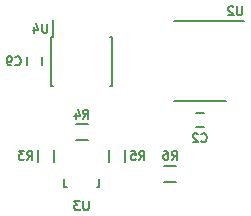
<source format=gbo>
G04 #@! TF.FileFunction,Legend,Bot*
%FSLAX46Y46*%
G04 Gerber Fmt 4.6, Leading zero omitted, Abs format (unit mm)*
G04 Created by KiCad (PCBNEW 4.0.7) date Sun Apr  1 13:56:06 2018*
%MOMM*%
%LPD*%
G01*
G04 APERTURE LIST*
%ADD10C,0.150000*%
%ADD11C,0.130000*%
G04 APERTURE END LIST*
D10*
X179650000Y-181600000D02*
X180350000Y-181600000D01*
X180350000Y-180400000D02*
X179650000Y-180400000D01*
X166600000Y-176350000D02*
X166600000Y-175650000D01*
X165400000Y-175650000D02*
X165400000Y-176350000D01*
X167675000Y-184500000D02*
X167675000Y-183500000D01*
X166325000Y-183500000D02*
X166325000Y-184500000D01*
X170500000Y-181325000D02*
X169500000Y-181325000D01*
X169500000Y-182675000D02*
X170500000Y-182675000D01*
X172325000Y-183500000D02*
X172325000Y-184500000D01*
X173675000Y-184500000D02*
X173675000Y-183500000D01*
X177000000Y-186175000D02*
X178000000Y-186175000D01*
X178000000Y-184825000D02*
X177000000Y-184825000D01*
X182225000Y-179375000D02*
X177775000Y-179375000D01*
X183750000Y-172625000D02*
X177775000Y-172625000D01*
X171299160Y-186650240D02*
X171250900Y-186650240D01*
X168500180Y-185949200D02*
X168500180Y-186650240D01*
X168500180Y-186650240D02*
X168749100Y-186650240D01*
X171299160Y-186650240D02*
X171499820Y-186650240D01*
X171499820Y-186650240D02*
X171499820Y-185949200D01*
X167425000Y-173925000D02*
X167570000Y-173925000D01*
X167425000Y-178075000D02*
X167570000Y-178075000D01*
X172575000Y-178075000D02*
X172430000Y-178075000D01*
X172575000Y-173925000D02*
X172430000Y-173925000D01*
X167425000Y-173925000D02*
X167425000Y-178075000D01*
X172575000Y-173925000D02*
X172575000Y-178075000D01*
X167570000Y-173925000D02*
X167570000Y-172525000D01*
D11*
X180127000Y-182772143D02*
X180163286Y-182808429D01*
X180272143Y-182844714D01*
X180344714Y-182844714D01*
X180453571Y-182808429D01*
X180526143Y-182735857D01*
X180562428Y-182663286D01*
X180598714Y-182518143D01*
X180598714Y-182409286D01*
X180562428Y-182264143D01*
X180526143Y-182191571D01*
X180453571Y-182119000D01*
X180344714Y-182082714D01*
X180272143Y-182082714D01*
X180163286Y-182119000D01*
X180127000Y-182155286D01*
X179836714Y-182155286D02*
X179800428Y-182119000D01*
X179727857Y-182082714D01*
X179546428Y-182082714D01*
X179473857Y-182119000D01*
X179437571Y-182155286D01*
X179401286Y-182227857D01*
X179401286Y-182300429D01*
X179437571Y-182409286D01*
X179873000Y-182844714D01*
X179401286Y-182844714D01*
X164377000Y-176272143D02*
X164413286Y-176308429D01*
X164522143Y-176344714D01*
X164594714Y-176344714D01*
X164703571Y-176308429D01*
X164776143Y-176235857D01*
X164812428Y-176163286D01*
X164848714Y-176018143D01*
X164848714Y-175909286D01*
X164812428Y-175764143D01*
X164776143Y-175691571D01*
X164703571Y-175619000D01*
X164594714Y-175582714D01*
X164522143Y-175582714D01*
X164413286Y-175619000D01*
X164377000Y-175655286D01*
X164014143Y-176344714D02*
X163869000Y-176344714D01*
X163796428Y-176308429D01*
X163760143Y-176272143D01*
X163687571Y-176163286D01*
X163651286Y-176018143D01*
X163651286Y-175727857D01*
X163687571Y-175655286D01*
X163723857Y-175619000D01*
X163796428Y-175582714D01*
X163941571Y-175582714D01*
X164014143Y-175619000D01*
X164050428Y-175655286D01*
X164086714Y-175727857D01*
X164086714Y-175909286D01*
X164050428Y-175981857D01*
X164014143Y-176018143D01*
X163941571Y-176054429D01*
X163796428Y-176054429D01*
X163723857Y-176018143D01*
X163687571Y-175981857D01*
X163651286Y-175909286D01*
X165377000Y-184344714D02*
X165631000Y-183981857D01*
X165812428Y-184344714D02*
X165812428Y-183582714D01*
X165522143Y-183582714D01*
X165449571Y-183619000D01*
X165413286Y-183655286D01*
X165377000Y-183727857D01*
X165377000Y-183836714D01*
X165413286Y-183909286D01*
X165449571Y-183945571D01*
X165522143Y-183981857D01*
X165812428Y-183981857D01*
X165123000Y-183582714D02*
X164651286Y-183582714D01*
X164905286Y-183873000D01*
X164796428Y-183873000D01*
X164723857Y-183909286D01*
X164687571Y-183945571D01*
X164651286Y-184018143D01*
X164651286Y-184199571D01*
X164687571Y-184272143D01*
X164723857Y-184308429D01*
X164796428Y-184344714D01*
X165014143Y-184344714D01*
X165086714Y-184308429D01*
X165123000Y-184272143D01*
X170127000Y-180844714D02*
X170381000Y-180481857D01*
X170562428Y-180844714D02*
X170562428Y-180082714D01*
X170272143Y-180082714D01*
X170199571Y-180119000D01*
X170163286Y-180155286D01*
X170127000Y-180227857D01*
X170127000Y-180336714D01*
X170163286Y-180409286D01*
X170199571Y-180445571D01*
X170272143Y-180481857D01*
X170562428Y-180481857D01*
X169473857Y-180336714D02*
X169473857Y-180844714D01*
X169655286Y-180046429D02*
X169836714Y-180590714D01*
X169365000Y-180590714D01*
X174877000Y-184344714D02*
X175131000Y-183981857D01*
X175312428Y-184344714D02*
X175312428Y-183582714D01*
X175022143Y-183582714D01*
X174949571Y-183619000D01*
X174913286Y-183655286D01*
X174877000Y-183727857D01*
X174877000Y-183836714D01*
X174913286Y-183909286D01*
X174949571Y-183945571D01*
X175022143Y-183981857D01*
X175312428Y-183981857D01*
X174187571Y-183582714D02*
X174550428Y-183582714D01*
X174586714Y-183945571D01*
X174550428Y-183909286D01*
X174477857Y-183873000D01*
X174296428Y-183873000D01*
X174223857Y-183909286D01*
X174187571Y-183945571D01*
X174151286Y-184018143D01*
X174151286Y-184199571D01*
X174187571Y-184272143D01*
X174223857Y-184308429D01*
X174296428Y-184344714D01*
X174477857Y-184344714D01*
X174550428Y-184308429D01*
X174586714Y-184272143D01*
X177627000Y-184344714D02*
X177881000Y-183981857D01*
X178062428Y-184344714D02*
X178062428Y-183582714D01*
X177772143Y-183582714D01*
X177699571Y-183619000D01*
X177663286Y-183655286D01*
X177627000Y-183727857D01*
X177627000Y-183836714D01*
X177663286Y-183909286D01*
X177699571Y-183945571D01*
X177772143Y-183981857D01*
X178062428Y-183981857D01*
X176973857Y-183582714D02*
X177119000Y-183582714D01*
X177191571Y-183619000D01*
X177227857Y-183655286D01*
X177300428Y-183764143D01*
X177336714Y-183909286D01*
X177336714Y-184199571D01*
X177300428Y-184272143D01*
X177264143Y-184308429D01*
X177191571Y-184344714D01*
X177046428Y-184344714D01*
X176973857Y-184308429D01*
X176937571Y-184272143D01*
X176901286Y-184199571D01*
X176901286Y-184018143D01*
X176937571Y-183945571D01*
X176973857Y-183909286D01*
X177046428Y-183873000D01*
X177191571Y-183873000D01*
X177264143Y-183909286D01*
X177300428Y-183945571D01*
X177336714Y-184018143D01*
X183580571Y-171332714D02*
X183580571Y-171949571D01*
X183544286Y-172022143D01*
X183508000Y-172058429D01*
X183435429Y-172094714D01*
X183290286Y-172094714D01*
X183217714Y-172058429D01*
X183181429Y-172022143D01*
X183145143Y-171949571D01*
X183145143Y-171332714D01*
X182818571Y-171405286D02*
X182782285Y-171369000D01*
X182709714Y-171332714D01*
X182528285Y-171332714D01*
X182455714Y-171369000D01*
X182419428Y-171405286D01*
X182383143Y-171477857D01*
X182383143Y-171550429D01*
X182419428Y-171659286D01*
X182854857Y-172094714D01*
X182383143Y-172094714D01*
X170580571Y-187832714D02*
X170580571Y-188449571D01*
X170544286Y-188522143D01*
X170508000Y-188558429D01*
X170435429Y-188594714D01*
X170290286Y-188594714D01*
X170217714Y-188558429D01*
X170181429Y-188522143D01*
X170145143Y-188449571D01*
X170145143Y-187832714D01*
X169854857Y-187832714D02*
X169383143Y-187832714D01*
X169637143Y-188123000D01*
X169528285Y-188123000D01*
X169455714Y-188159286D01*
X169419428Y-188195571D01*
X169383143Y-188268143D01*
X169383143Y-188449571D01*
X169419428Y-188522143D01*
X169455714Y-188558429D01*
X169528285Y-188594714D01*
X169746000Y-188594714D01*
X169818571Y-188558429D01*
X169854857Y-188522143D01*
X167080571Y-172832714D02*
X167080571Y-173449571D01*
X167044286Y-173522143D01*
X167008000Y-173558429D01*
X166935429Y-173594714D01*
X166790286Y-173594714D01*
X166717714Y-173558429D01*
X166681429Y-173522143D01*
X166645143Y-173449571D01*
X166645143Y-172832714D01*
X165955714Y-173086714D02*
X165955714Y-173594714D01*
X166137143Y-172796429D02*
X166318571Y-173340714D01*
X165846857Y-173340714D01*
M02*

</source>
